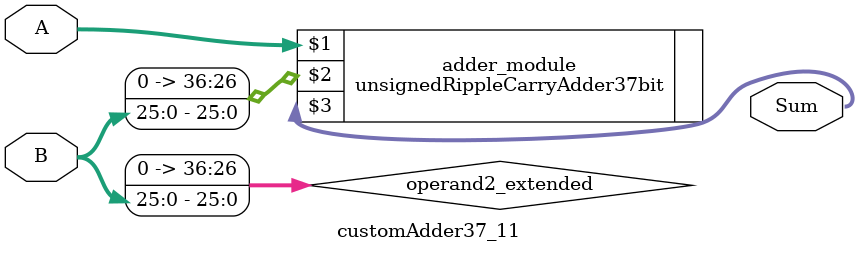
<source format=v>
module customAdder37_11(
                        input [36 : 0] A,
                        input [25 : 0] B,
                        
                        output [37 : 0] Sum
                );

        wire [36 : 0] operand2_extended;
        
        assign operand2_extended =  {11'b0, B};
        
        unsignedRippleCarryAdder37bit adder_module(
            A,
            operand2_extended,
            Sum
        );
        
        endmodule
        
</source>
